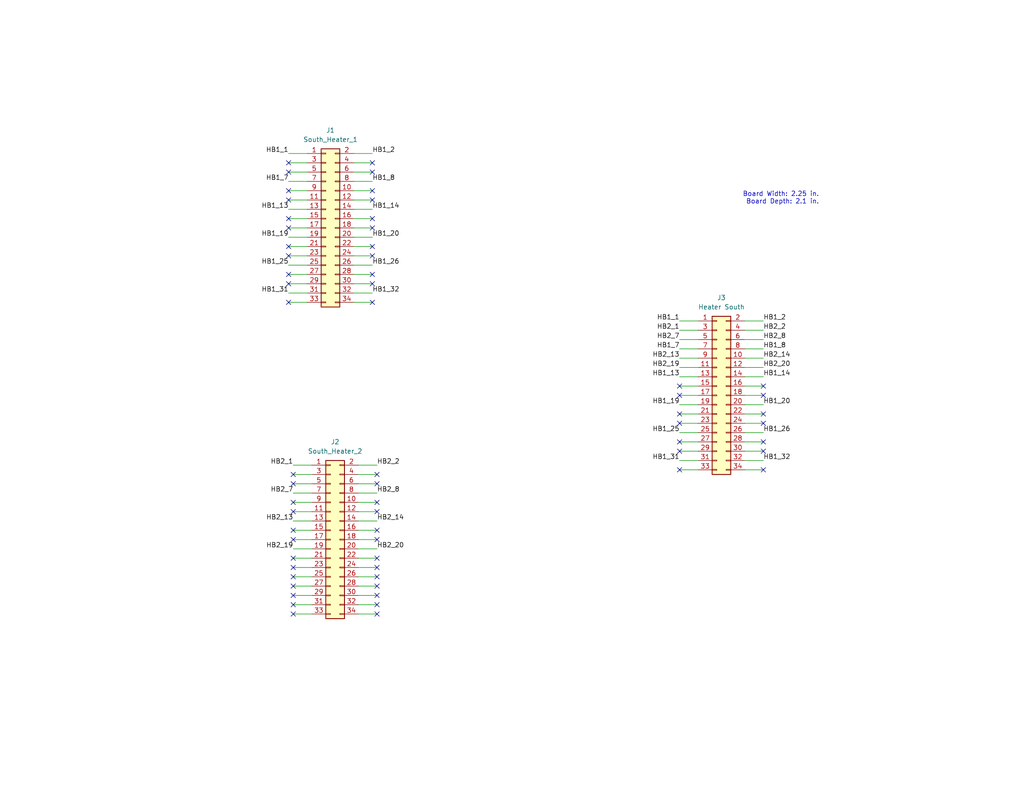
<source format=kicad_sch>
(kicad_sch (version 20230121) (generator eeschema)
  (paper "USLetter")
  (title_block (title "Heater Pass Through North") (date "2023-09-09") (rev "B") (company "The Ohio State University"))
  (lib_symbols
    (symbol "Connector_Generic:Conn_02x17_Odd_Even" (pin_names (offset 1.016) hide)
      (property "Reference" "J" (at 1.27 22.86 0))
      (property "Value" "Conn_02x17_Odd_Even" (at 1.27 -22.86 0))
      (symbol "Conn_02x17_Odd_Even_1_1"
        (rectangle (start -1.27 -20.193) (end 0 -20.447) (stroke (width 0.1524)))
        (rectangle (start -1.27 -17.653) (end 0 -17.907) (stroke (width 0.1524)))
        (rectangle (start -1.27 -15.113) (end 0 -15.367) (stroke (width 0.1524)))
        (rectangle (start -1.27 -12.573) (end 0 -12.827) (stroke (width 0.1524)))
        (rectangle (start -1.27 -10.033) (end 0 -10.287) (stroke (width 0.1524)))
        (rectangle (start -1.27 -7.493) (end 0 -7.747) (stroke (width 0.1524)))
        (rectangle (start -1.27 -4.953) (end 0 -5.207) (stroke (width 0.1524)))
        (rectangle (start -1.27 -2.413) (end 0 -2.667) (stroke (width 0.1524)))
        (rectangle (start -1.27 0.127) (end 0 -0.127) (stroke (width 0.1524)))
        (rectangle (start -1.27 2.667) (end 0 2.413) (stroke (width 0.1524)))
        (rectangle (start -1.27 5.207) (end 0 4.953) (stroke (width 0.1524)))
        (rectangle (start -1.27 7.747) (end 0 7.493) (stroke (width 0.1524)))
        (rectangle (start -1.27 10.287) (end 0 10.033) (stroke (width 0.1524)))
        (rectangle (start -1.27 12.827) (end 0 12.573) (stroke (width 0.1524)))
        (rectangle (start -1.27 15.367) (end 0 15.113) (stroke (width 0.1524)))
        (rectangle (start -1.27 17.907) (end 0 17.653) (stroke (width 0.1524)))
        (rectangle (start -1.27 20.447) (end 0 20.193) (stroke (width 0.1524)))
        (rectangle (start -1.27 21.59) (end 3.81 -21.59) (stroke (width 0.254)) (fill (type background)))
        (rectangle (start 3.81 -20.193) (end 2.54 -20.447) (stroke (width 0.1524)))
        (rectangle (start 3.81 -17.653) (end 2.54 -17.907) (stroke (width 0.1524)))
        (rectangle (start 3.81 -15.113) (end 2.54 -15.367) (stroke (width 0.1524)))
        (rectangle (start 3.81 -12.573) (end 2.54 -12.827) (stroke (width 0.1524)))
        (rectangle (start 3.81 -10.033) (end 2.54 -10.287) (stroke (width 0.1524)))
        (rectangle (start 3.81 -7.493) (end 2.54 -7.747) (stroke (width 0.1524)))
        (rectangle (start 3.81 -4.953) (end 2.54 -5.207) (stroke (width 0.1524)))
        (rectangle (start 3.81 -2.413) (end 2.54 -2.667) (stroke (width 0.1524)))
        (rectangle (start 3.81 0.127) (end 2.54 -0.127) (stroke (width 0.1524)))
        (rectangle (start 3.81 2.667) (end 2.54 2.413) (stroke (width 0.1524)))
        (rectangle (start 3.81 5.207) (end 2.54 4.953) (stroke (width 0.1524)))
        (rectangle (start 3.81 7.747) (end 2.54 7.493) (stroke (width 0.1524)))
        (rectangle (start 3.81 10.287) (end 2.54 10.033) (stroke (width 0.1524)))
        (rectangle (start 3.81 12.827) (end 2.54 12.573) (stroke (width 0.1524)))
        (rectangle (start 3.81 15.367) (end 2.54 15.113) (stroke (width 0.1524)))
        (rectangle (start 3.81 17.907) (end 2.54 17.653) (stroke (width 0.1524)))
        (rectangle (start 3.81 20.447) (end 2.54 20.193) (stroke (width 0.1524)))
        (pin passive line (at -5.08 20.32 0) (length 3.81) (name "Pin_1") (number "1"))
        (pin passive line (at 7.62 10.16 180) (length 3.81) (name "Pin_10") (number "10"))
        (pin passive line (at -5.08 7.62 0) (length 3.81) (name "Pin_11") (number "11"))
        (pin passive line (at 7.62 7.62 180) (length 3.81) (name "Pin_12") (number "12"))
        (pin passive line (at -5.08 5.08 0) (length 3.81) (name "Pin_13") (number "13"))
        (pin passive line (at 7.62 5.08 180) (length 3.81) (name "Pin_14") (number "14"))
        (pin passive line (at -5.08 2.54 0) (length 3.81) (name "Pin_15") (number "15"))
        (pin passive line (at 7.62 2.54 180) (length 3.81) (name "Pin_16") (number "16"))
        (pin passive line (at -5.08 0 0) (length 3.81) (name "Pin_17") (number "17"))
        (pin passive line (at 7.62 0 180) (length 3.81) (name "Pin_18") (number "18"))
        (pin passive line (at -5.08 -2.54 0) (length 3.81) (name "Pin_19") (number "19"))
        (pin passive line (at 7.62 20.32 180) (length 3.81) (name "Pin_2") (number "2"))
        (pin passive line (at 7.62 -2.54 180) (length 3.81) (name "Pin_20") (number "20"))
        (pin passive line (at -5.08 -5.08 0) (length 3.81) (name "Pin_21") (number "21"))
        (pin passive line (at 7.62 -5.08 180) (length 3.81) (name "Pin_22") (number "22"))
        (pin passive line (at -5.08 -7.62 0) (length 3.81) (name "Pin_23") (number "23"))
        (pin passive line (at 7.62 -7.62 180) (length 3.81) (name "Pin_24") (number "24"))
        (pin passive line (at -5.08 -10.16 0) (length 3.81) (name "Pin_25") (number "25"))
        (pin passive line (at 7.62 -10.16 180) (length 3.81) (name "Pin_26") (number "26"))
        (pin passive line (at -5.08 -12.7 0) (length 3.81) (name "Pin_27") (number "27"))
        (pin passive line (at 7.62 -12.7 180) (length 3.81) (name "Pin_28") (number "28"))
        (pin passive line (at -5.08 -15.24 0) (length 3.81) (name "Pin_29") (number "29"))
        (pin passive line (at -5.08 17.78 0) (length 3.81) (name "Pin_3") (number "3"))
        (pin passive line (at 7.62 -15.24 180) (length 3.81) (name "Pin_30") (number "30"))
        (pin passive line (at -5.08 -17.78 0) (length 3.81) (name "Pin_31") (number "31"))
        (pin passive line (at 7.62 -17.78 180) (length 3.81) (name "Pin_32") (number "32"))
        (pin passive line (at -5.08 -20.32 0) (length 3.81) (name "Pin_33") (number "33"))
        (pin passive line (at 7.62 -20.32 180) (length 3.81) (name "Pin_34") (number "34"))
        (pin passive line (at 7.62 17.78 180) (length 3.81) (name "Pin_4") (number "4"))
        (pin passive line (at -5.08 15.24 0) (length 3.81) (name "Pin_5") (number "5"))
        (pin passive line (at 7.62 15.24 180) (length 3.81) (name "Pin_6") (number "6"))
        (pin passive line (at -5.08 12.7 0) (length 3.81) (name "Pin_7") (number "7"))
        (pin passive line (at 7.62 12.7 180) (length 3.81) (name "Pin_8") (number "8"))
        (pin passive line (at -5.08 10.16 0) (length 3.81) (name "Pin_9") (number "9"))
      )
    )
  )
  (no_connect (at 101.6 77.47))
  (no_connect (at 78.74 69.85))
  (no_connect (at 78.74 52.07))
  (no_connect (at 101.6 44.45))
  (no_connect (at 101.6 46.99))
  (no_connect (at 78.74 44.45))
  (no_connect (at 78.74 46.99))
  (no_connect (at 101.6 52.07))
  (no_connect (at 101.6 54.61))
  (no_connect (at 78.74 54.61))
  (no_connect (at 185.42 105.41))
  (no_connect (at 80.01 132.08))
  (no_connect (at 102.87 129.54))
  (no_connect (at 102.87 132.08))
  (no_connect (at 80.01 137.16))
  (no_connect (at 80.01 139.7))
  (no_connect (at 102.87 147.32))
  (no_connect (at 102.87 139.7))
  (no_connect (at 102.87 144.78))
  (no_connect (at 80.01 144.78))
  (no_connect (at 80.01 147.32))
  (no_connect (at 80.01 129.54))
  (no_connect (at 102.87 137.16))
  (no_connect (at 80.01 160.02))
  (no_connect (at 80.01 162.56))
  (no_connect (at 80.01 152.4))
  (no_connect (at 80.01 154.94))
  (no_connect (at 78.74 77.47))
  (no_connect (at 185.42 115.57))
  (no_connect (at 78.74 67.31))
  (no_connect (at 208.28 107.95))
  (no_connect (at 101.6 74.93))
  (no_connect (at 78.74 82.55))
  (no_connect (at 208.28 120.65))
  (no_connect (at 185.42 123.19))
  (no_connect (at 78.74 62.23))
  (no_connect (at 101.6 82.55))
  (no_connect (at 185.42 107.95))
  (no_connect (at 102.87 157.48))
  (no_connect (at 80.01 157.48))
  (no_connect (at 208.28 123.19))
  (no_connect (at 101.6 62.23))
  (no_connect (at 208.28 113.03))
  (no_connect (at 101.6 59.69))
  (no_connect (at 102.87 167.64))
  (no_connect (at 102.87 165.1))
  (no_connect (at 102.87 154.94))
  (no_connect (at 102.87 152.4))
  (no_connect (at 102.87 162.56))
  (no_connect (at 102.87 160.02))
  (no_connect (at 80.01 165.1))
  (no_connect (at 80.01 167.64))
  (no_connect (at 208.28 128.27))
  (no_connect (at 208.28 105.41))
  (no_connect (at 101.6 67.31))
  (no_connect (at 185.42 120.65))
  (no_connect (at 78.74 59.69))
  (no_connect (at 101.6 69.85))
  (no_connect (at 78.74 74.93))
  (no_connect (at 185.42 113.03))
  (no_connect (at 185.42 128.27))
  (no_connect (at 208.28 115.57))
  (wire (pts (xy 80.01 152.4) (xy 85.09 152.4)))
  (wire (pts (xy 185.42 125.73) (xy 190.5 125.73)))
  (wire (pts (xy 203.2 87.63) (xy 208.28 87.63)))
  (wire (pts (xy 80.01 142.24) (xy 85.09 142.24)))
  (wire (pts (xy 80.01 139.7) (xy 85.09 139.7)))
  (wire (pts (xy 185.42 90.17) (xy 190.5 90.17)))
  (wire (pts (xy 80.01 134.62) (xy 85.09 134.62)))
  (wire (pts (xy 80.01 157.48) (xy 85.09 157.48)))
  (wire (pts (xy 97.79 154.94) (xy 102.87 154.94)))
  (wire (pts (xy 96.52 69.85) (xy 101.6 69.85)))
  (wire (pts (xy 97.79 132.08) (xy 102.87 132.08)))
  (wire (pts (xy 185.42 95.25) (xy 190.5 95.25)))
  (wire (pts (xy 78.74 46.99) (xy 83.82 46.99)))
  (wire (pts (xy 80.01 137.16) (xy 85.09 137.16)))
  (wire (pts (xy 80.01 129.54) (xy 85.09 129.54)))
  (wire (pts (xy 78.74 74.93) (xy 83.82 74.93)))
  (wire (pts (xy 78.74 67.31) (xy 83.82 67.31)))
  (wire (pts (xy 185.42 118.11) (xy 190.5 118.11)))
  (wire (pts (xy 78.74 59.69) (xy 83.82 59.69)))
  (wire (pts (xy 203.2 105.41) (xy 208.28 105.41)))
  (wire (pts (xy 185.42 107.95) (xy 190.5 107.95)))
  (wire (pts (xy 80.01 154.94) (xy 85.09 154.94)))
  (wire (pts (xy 80.01 127) (xy 85.09 127)))
  (wire (pts (xy 185.42 105.41) (xy 190.5 105.41)))
  (wire (pts (xy 203.2 123.19) (xy 208.28 123.19)))
  (wire (pts (xy 97.79 134.62) (xy 102.87 134.62)))
  (wire (pts (xy 96.52 54.61) (xy 101.6 54.61)))
  (wire (pts (xy 203.2 102.87) (xy 208.28 102.87)))
  (wire (pts (xy 185.42 115.57) (xy 190.5 115.57)))
  (wire (pts (xy 203.2 115.57) (xy 208.28 115.57)))
  (wire (pts (xy 96.52 72.39) (xy 101.6 72.39)))
  (wire (pts (xy 203.2 97.79) (xy 208.28 97.79)))
  (wire (pts (xy 203.2 113.03) (xy 208.28 113.03)))
  (wire (pts (xy 78.74 82.55) (xy 83.82 82.55)))
  (wire (pts (xy 96.52 49.53) (xy 101.6 49.53)))
  (wire (pts (xy 96.52 44.45) (xy 101.6 44.45)))
  (wire (pts (xy 185.42 102.87) (xy 190.5 102.87)))
  (wire (pts (xy 78.74 77.47) (xy 83.82 77.47)))
  (wire (pts (xy 203.2 90.17) (xy 208.28 90.17)))
  (wire (pts (xy 78.74 62.23) (xy 83.82 62.23)))
  (wire (pts (xy 185.42 100.33) (xy 190.5 100.33)))
  (wire (pts (xy 80.01 160.02) (xy 85.09 160.02)))
  (wire (pts (xy 96.52 62.23) (xy 101.6 62.23)))
  (wire (pts (xy 185.42 113.03) (xy 190.5 113.03)))
  (wire (pts (xy 80.01 162.56) (xy 85.09 162.56)))
  (wire (pts (xy 97.79 165.1) (xy 102.87 165.1)))
  (wire (pts (xy 96.52 74.93) (xy 101.6 74.93)))
  (wire (pts (xy 96.52 77.47) (xy 101.6 77.47)))
  (wire (pts (xy 78.74 57.15) (xy 83.82 57.15)))
  (wire (pts (xy 97.79 144.78) (xy 102.87 144.78)))
  (wire (pts (xy 78.74 49.53) (xy 83.82 49.53)))
  (wire (pts (xy 96.52 80.01) (xy 101.6 80.01)))
  (wire (pts (xy 78.74 52.07) (xy 83.82 52.07)))
  (wire (pts (xy 203.2 110.49) (xy 208.28 110.49)))
  (wire (pts (xy 97.79 137.16) (xy 102.87 137.16)))
  (wire (pts (xy 78.74 54.61) (xy 83.82 54.61)))
  (wire (pts (xy 80.01 149.86) (xy 85.09 149.86)))
  (wire (pts (xy 80.01 165.1) (xy 85.09 165.1)))
  (wire (pts (xy 97.79 139.7) (xy 102.87 139.7)))
  (wire (pts (xy 78.74 44.45) (xy 83.82 44.45)))
  (wire (pts (xy 78.74 72.39) (xy 83.82 72.39)))
  (wire (pts (xy 97.79 160.02) (xy 102.87 160.02)))
  (wire (pts (xy 203.2 92.71) (xy 208.28 92.71)))
  (wire (pts (xy 78.74 80.01) (xy 83.82 80.01)))
  (wire (pts (xy 97.79 142.24) (xy 102.87 142.24)))
  (wire (pts (xy 96.52 41.91) (xy 101.6 41.91)))
  (wire (pts (xy 80.01 132.08) (xy 85.09 132.08)))
  (wire (pts (xy 203.2 120.65) (xy 208.28 120.65)))
  (wire (pts (xy 203.2 95.25) (xy 208.28 95.25)))
  (wire (pts (xy 185.42 97.79) (xy 190.5 97.79)))
  (wire (pts (xy 78.74 64.77) (xy 83.82 64.77)))
  (wire (pts (xy 80.01 167.64) (xy 85.09 167.64)))
  (wire (pts (xy 185.42 120.65) (xy 190.5 120.65)))
  (wire (pts (xy 97.79 152.4) (xy 102.87 152.4)))
  (wire (pts (xy 185.42 123.19) (xy 190.5 123.19)))
  (wire (pts (xy 96.52 46.99) (xy 101.6 46.99)))
  (wire (pts (xy 203.2 118.11) (xy 208.28 118.11)))
  (wire (pts (xy 78.74 41.91) (xy 83.82 41.91)))
  (wire (pts (xy 97.79 149.86) (xy 102.87 149.86)))
  (wire (pts (xy 203.2 107.95) (xy 208.28 107.95)))
  (wire (pts (xy 97.79 147.32) (xy 102.87 147.32)))
  (wire (pts (xy 80.01 144.78) (xy 85.09 144.78)))
  (wire (pts (xy 185.42 92.71) (xy 190.5 92.71)))
  (wire (pts (xy 96.52 82.55) (xy 101.6 82.55)))
  (wire (pts (xy 185.42 110.49) (xy 190.5 110.49)))
  (wire (pts (xy 203.2 128.27) (xy 208.28 128.27)))
  (wire (pts (xy 97.79 157.48) (xy 102.87 157.48)))
  (wire (pts (xy 203.2 125.73) (xy 208.28 125.73)))
  (wire (pts (xy 203.2 100.33) (xy 208.28 100.33)))
  (wire (pts (xy 96.52 67.31) (xy 101.6 67.31)))
  (wire (pts (xy 96.52 57.15) (xy 101.6 57.15)))
  (wire (pts (xy 97.79 127) (xy 102.87 127)))
  (wire (pts (xy 96.52 64.77) (xy 101.6 64.77)))
  (wire (pts (xy 185.42 128.27) (xy 190.5 128.27)))
  (wire (pts (xy 80.01 147.32) (xy 85.09 147.32)))
  (wire (pts (xy 185.42 87.63) (xy 190.5 87.63)))
  (wire (pts (xy 97.79 167.64) (xy 102.87 167.64)))
  (wire (pts (xy 96.52 52.07) (xy 101.6 52.07)))
  (wire (pts (xy 78.74 69.85) (xy 83.82 69.85)))
  (wire (pts (xy 96.52 59.69) (xy 101.6 59.69)))
  (wire (pts (xy 97.79 162.56) (xy 102.87 162.56)))
  (wire (pts (xy 97.79 129.54) (xy 102.87 129.54)))
  (text "Board Width: 2.25 in.\nBoard Depth: 2.1 in." (at 223.52 55.88 0) (effects (font (size 1.27 1.27)) (justify right bottom)))
  (label "HB2_14" (at 102.87 142.24 0))
  (label "HB2_1" (at 80.01 127 180))
  (label "HB2_13" (at 80.01 142.24 180))
  (label "HB1_13" (at 185.42 102.87 180))
  (label "HB1_25" (at 78.74 72.39 180))
  (label "HB1_32" (at 208.28 125.73 0))
  (label "HB1_20" (at 101.6 64.77 0))
  (label "HB1_25" (at 185.42 118.11 180))
  (label "HB1_13" (at 78.74 57.15 180))
  (label "HB2_7" (at 80.01 134.62 180))
  (label "HB1_31" (at 185.42 125.73 180))
  (label "HB2_1" (at 185.42 90.17 180))
  (label "HB1_1" (at 78.74 41.91 180))
  (label "HB1_26" (at 208.28 118.11 0))
  (label "HB1_14" (at 101.6 57.15 0))
  (label "HB1_1" (at 185.42 87.63 180))
  (label "HB1_32" (at 101.6 80.01 0))
  (label "HB2_7" (at 185.42 92.71 180))
  (label "HB2_13" (at 185.42 97.79 180))
  (label "HB1_7" (at 78.74 49.53 180))
  (label "HB2_20" (at 208.28 100.33 0))
  (label "HB1_2" (at 208.28 87.63 0))
  (label "HB1_19" (at 185.42 110.49 180))
  (label "HB1_19" (at 78.74 64.77 180))
  (label "HB1_31" (at 78.74 80.01 180))
  (label "HB1_26" (at 101.6 72.39 0))
  (label "HB2_2" (at 102.87 127 0))
  (label "HB2_19" (at 185.42 100.33 180))
  (label "HB1_2" (at 101.6 41.91 0))
  (label "HB1_14" (at 208.28 102.87 0))
  (label "HB1_7" (at 185.42 95.25 180))
  (label "HB2_2" (at 208.28 90.17 0))
  (label "HB2_20" (at 102.87 149.86 0))
  (label "HB1_8" (at 208.28 95.25 0))
  (label "HB2_19" (at 80.01 149.86 180))
  (label "HB2_8" (at 102.87 134.62 0))
  (label "HB2_14" (at 208.28 97.79 0))
  (label "HB1_20" (at 208.28 110.49 0))
  (label "HB1_8" (at 101.6 49.53 0))
  (label "HB2_8" (at 208.28 92.71 0))
  (symbol (lib_id "Connector_Generic:Conn_02x17_Odd_Even") (at 195.58 107.95 0) (unit 1)
    (property "Reference" "J3" (at 196.85 81.28 0))
    (property "Value" "Heater South" (at 196.85 83.82 0))
    (property "Footprint" "HELIX:HELIX_DCT_ICDconnector34pin_corrected" (effects hide))
  )
  (symbol (lib_id "Connector_Generic:Conn_02x17_Odd_Even") (at 88.9 62.23 0) (unit 1)
    (property "Reference" "J1" (at 90.17 35.56 0))
    (property "Value" "South_Heater_1" (at 90.17 38.1 0))
    (property "Footprint" "HELIX:HELIX_DCT_ICDconnector34pin_corrected" (effects hide))
  )
  (symbol (lib_id "Connector_Generic:Conn_02x17_Odd_Even") (at 90.17 147.32 0) (unit 1)
    (property "Reference" "J2" (at 91.44 120.65 0))
    (property "Value" "South_Heater_2" (at 91.44 123.19 0))
    (property "Footprint" "HELIX:HELIX_DCT_ICDconnector34pin_corrected" (effects hide))
  )
)
</source>
